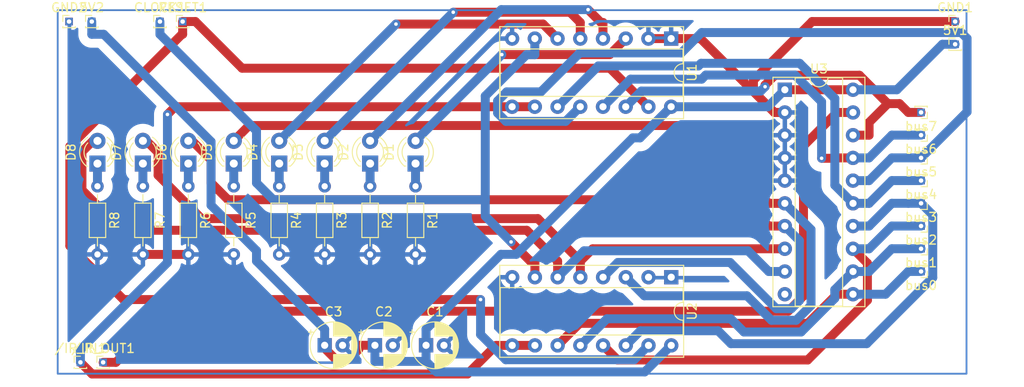
<source format=kicad_pcb>
(kicad_pcb (version 20221018) (generator pcbnew)
  (layers (0 "F.Cu" signal) (31 "B.Cu" signal) (34 "B.Paste" user) (35 "F.Paste" user) (36 "B.SilkS" user "B.Silkscreen") (37 "F.SilkS" user "F.Silkscreen") (38 "B.Mask" user) (39 "F.Mask" user) (44 "Edge.Cuts" user))
  (net 0 "")
  (net 1 "Net-(D5-K)")
  (net 2 "Earth")
  (net 3 "Net-(D4-K)")
  (net 4 "Net-(D3-K)")
  (net 5 "Net-(D2-K)")
  (net 6 "Net-(D1-K)")
  (net 7 "Net-(D8-K)")
  (net 8 "Net-(D7-K)")
  (net 9 "Net-(D6-K)")
  (net 10 "+5V")
  (net 11 "Net-(D5-A)")
  (net 12 "Net-(D6-A)")
  (net 13 "Net-(D7-A)")
  (net 14 "Net-(D8-A)")
  (net 15 "bus0")
  (net 16 "bus1")
  (net 17 "bus2")
  (net 18 "bus3")
  (net 19 "bus4")
  (net 20 "bus5")
  (net 21 "bus6")
  (net 22 "bus7")
  (net 23 "Net-(/IR_OUT1-Pin_1)")
  (net 24 "Net-(CLOCK1-Pin_1)")
  (net 25 "Net-(/IR_IN1-Pin_1)")
  (net 26 "Net-(RESET1-Pin_1)")
  (net 27 "Net-(D1-A)")
  (net 28 "Net-(D2-A)")
  (net 29 "Net-(D3-A)")
  (net 30 "Net-(D4-A)")
  (footprint "Connector_PinHeader_1.00mm:PinHeader_1x01_P1.00mm_Vertical" (layer "F.Cu") (at 97.79 120.65)
    (fp_text reference "/IR_IN1" (at 0 -1.56) (layer "F.SilkS"))
    (fp_text value "Conn_01x01_Female")
    (pad "1" thru_hole rect (at 0 0) (size 0.85 0.85) (drill 0.5) (layers "*.Cu" "*.Mask") (net 25 "Net-(/IR_IN1-Pin_1)"))
  )
  (footprint "LED_THT:LED_D3.0mm" (layer "F.Cu") (at 114.935 98.425 90)
    (fp_text reference "D5" (at 1.27 -2.96 90) (layer "F.SilkS"))
    (fp_text value "LED")
    (pad "1" thru_hole rect (at 0 0 90) (size 1.8 1.8) (drill 0.9) (layers "*.Cu" "*.Mask") (net 1 "Net-(D5-K)"))
    (pad "2" thru_hole circle (at 2.54 0 90) (size 1.8 1.8) (drill 0.9) (layers "*.Cu" "*.Mask") (net 11 "Net-(D5-A)"))
  )
  (footprint "Connector_PinHeader_1.00mm:PinHeader_1x01_P1.00mm_Vertical" (layer "F.Cu") (at 99.06 82.55)
    (fp_text reference "5V2" (at 0 -1.56) (layer "F.SilkS"))
    (fp_text value "Conn_01x01_Female")
    (pad "1" thru_hole rect (at 0 0) (size 0.85 0.85) (drill 0.5) (layers "*.Cu" "*.Mask") (net 10 "+5V"))
  )
  (footprint "Connector_PinHeader_1.00mm:PinHeader_1x01_P1.00mm_Vertical" (layer "F.Cu") (at 191.77 97.79 180)
    (fp_text reference "bus5" (at 0 -1.56) (layer "F.SilkS"))
    (fp_text value "Conn_01x01_Female")
    (pad "1" thru_hole rect (at 0 0 180) (size 0.85 0.85) (drill 0.5) (layers "*.Cu" "*.Mask") (net 20 "bus5"))
  )
  (footprint "Capacitor_THT:CP_Radial_D5.0mm_P2.00mm" (layer "F.Cu") (at 125.095 118.745)
    (fp_text reference "C3" (at 1 -3.75) (layer "F.SilkS"))
    (fp_text value "100nF 63V poliester")
    (pad "1" thru_hole rect (at 0 0) (size 1.6 1.6) (drill 0.8) (layers "*.Cu" "*.Mask") (net 10 "+5V"))
    (pad "2" thru_hole circle (at 2 0) (size 1.6 1.6) (drill 0.8) (layers "*.Cu" "*.Mask") (net 2 "Earth"))
  )
  (footprint "LED_THT:LED_D3.0mm" (layer "F.Cu") (at 130.175 98.425 90)
    (fp_text reference "D2" (at 1.27 -2.96 90) (layer "F.SilkS"))
    (fp_text value "LED")
    (pad "1" thru_hole rect (at 0 0 90) (size 1.8 1.8) (drill 0.9) (layers "*.Cu" "*.Mask") (net 5 "Net-(D2-K)"))
    (pad "2" thru_hole circle (at 2.54 0 90) (size 1.8 1.8) (drill 0.9) (layers "*.Cu" "*.Mask") (net 28 "Net-(D2-A)"))
  )
  (footprint "LED_THT:LED_D3.0mm" (layer "F.Cu") (at 109.855 98.425 90)
    (fp_text reference "D6" (at 1.27 -2.96 90) (layer "F.SilkS"))
    (fp_text value "LED")
    (pad "1" thru_hole rect (at 0 0 90) (size 1.8 1.8) (drill 0.9) (layers "*.Cu" "*.Mask") (net 9 "Net-(D6-K)"))
    (pad "2" thru_hole circle (at 2.54 0 90) (size 1.8 1.8) (drill 0.9) (layers "*.Cu" "*.Mask") (net 12 "Net-(D6-A)"))
  )
  (footprint "Resistor_THT:R_Axial_DIN0204_L3.6mm_D1.6mm_P7.62mm_Horizontal" (layer "F.Cu") (at 99.695 100.965 -90)
    (fp_text reference "R8" (at 3.81 -1.92 90) (layer "F.SilkS"))
    (fp_text value "470")
    (pad "1" thru_hole circle (at 0 0 270) (size 1.4 1.4) (drill 0.7) (layers "*.Cu" "*.Mask") (net 7 "Net-(D8-K)"))
    (pad "2" thru_hole oval (at 7.62 0 270) (size 1.4 1.4) (drill 0.7) (layers "*.Cu" "*.Mask") (net 2 "Earth"))
  )
  (footprint "Connector_PinHeader_1.00mm:PinHeader_1x01_P1.00mm_Vertical" (layer "F.Cu") (at 191.77 107.95 180)
    (fp_text reference "bus1" (at 0 -1.56) (layer "F.SilkS"))
    (fp_text value "Conn_01x01_Female")
    (pad "1" thru_hole rect (at 0 0 180) (size 0.85 0.85) (drill 0.5) (layers "*.Cu" "*.Mask") (net 16 "bus1"))
  )
  (footprint "Connector_PinHeader_1.00mm:PinHeader_1x01_P1.00mm_Vertical" (layer "F.Cu") (at 106.68 82.55)
    (fp_text reference "CLOCK1" (at 0 -1.56) (layer "F.SilkS"))
    (fp_text value "Conn_01x01_Female")
    (pad "1" thru_hole rect (at 0 0) (size 0.85 0.85) (drill 0.5) (layers "*.Cu" "*.Mask") (net 24 "Net-(CLOCK1-Pin_1)"))
  )
  (footprint "LED_THT:LED_D3.0mm" (layer "F.Cu") (at 125.095 98.425 90)
    (fp_text reference "D3" (at 1.27 -2.96 90) (layer "F.SilkS"))
    (fp_text value "LED")
    (pad "1" thru_hole rect (at 0 0 90) (size 1.8 1.8) (drill 0.9) (layers "*.Cu" "*.Mask") (net 4 "Net-(D3-K)"))
    (pad "2" thru_hole circle (at 2.54 0 90) (size 1.8 1.8) (drill 0.9) (layers "*.Cu" "*.Mask") (net 29 "Net-(D3-A)"))
  )
  (footprint "LED_THT:LED_D3.0mm" (layer "F.Cu") (at 135.255 98.425 90)
    (fp_text reference "D1" (at 1.27 -2.96 90) (layer "F.SilkS"))
    (fp_text value "LED")
    (pad "1" thru_hole rect (at 0 0 90) (size 1.8 1.8) (drill 0.9) (layers "*.Cu" "*.Mask") (net 6 "Net-(D1-K)"))
    (pad "2" thru_hole circle (at 2.54 0 90) (size 1.8 1.8) (drill 0.9) (layers "*.Cu" "*.Mask") (net 27 "Net-(D1-A)"))
  )
  (footprint "Connector_PinHeader_1.00mm:PinHeader_1x01_P1.00mm_Vertical" (layer "F.Cu") (at 100.33 120.65)
    (fp_text reference "/IR_OUT1" (at 0 -1.56) (layer "F.SilkS"))
    (fp_text value "Conn_01x01_Female")
    (pad "1" thru_hole rect (at 0 0) (size 0.85 0.85) (drill 0.5) (layers "*.Cu" "*.Mask") (net 23 "Net-(/IR_OUT1-Pin_1)"))
  )
  (footprint "LED_THT:LED_D3.0mm" (layer "F.Cu") (at 99.695 98.43 90)
    (fp_text reference "D8" (at 1.27 -2.96 90) (layer "F.SilkS"))
    (fp_text value "LED")
    (pad "1" thru_hole rect (at 0 0 90) (size 1.8 1.8) (drill 0.9) (layers "*.Cu" "*.Mask") (net 7 "Net-(D8-K)"))
    (pad "2" thru_hole circle (at 2.54 0 90) (size 1.8 1.8) (drill 0.9) (layers "*.Cu" "*.Mask") (net 14 "Net-(D8-A)"))
  )
  (footprint "Resistor_THT:R_Axial_DIN0204_L3.6mm_D1.6mm_P7.62mm_Horizontal" (layer "F.Cu") (at 135.255 100.965 -90)
    (fp_text reference "R1" (at 3.81 -1.92 90) (layer "F.SilkS"))
    (fp_text value "470")
    (pad "1" thru_hole circle (at 0 0 270) (size 1.4 1.4) (drill 0.7) (layers "*.Cu" "*.Mask") (net 6 "Net-(D1-K)"))
    (pad "2" thru_hole oval (at 7.62 0 270) (size 1.4 1.4) (drill 0.7) (layers "*.Cu" "*.Mask") (net 2 "Earth"))
  )
  (footprint "Resistor_THT:R_Axial_DIN0204_L3.6mm_D1.6mm_P7.62mm_Horizontal" (layer "F.Cu") (at 125.095 100.965 -90)
    (fp_text reference "R3" (at 3.81 -1.92 90) (layer "F.SilkS"))
    (fp_text value "470")
    (pad "1" thru_hole circle (at 0 0 270) (size 1.4 1.4) (drill 0.7) (layers "*.Cu" "*.Mask") (net 4 "Net-(D3-K)"))
    (pad "2" thru_hole oval (at 7.62 0 270) (size 1.4 1.4) (drill 0.7) (layers "*.Cu" "*.Mask") (net 2 "Earth"))
  )
  (footprint "Resistor_THT:R_Axial_DIN0204_L3.6mm_D1.6mm_P7.62mm_Horizontal" (layer "F.Cu") (at 104.775 100.965 -90)
    (fp_text reference "R7" (at 3.81 -1.92 90) (layer "F.SilkS"))
    (fp_text value "470")
    (pad "1" thru_hole circle (at 0 0 270) (size 1.4 1.4) (drill 0.7) (layers "*.Cu" "*.Mask") (net 8 "Net-(D7-K)"))
    (pad "2" thru_hole oval (at 7.62 0 270) (size 1.4 1.4) (drill 0.7) (layers "*.Cu" "*.Mask") (net 2 "Earth"))
  )
  (footprint "Resistor_THT:R_Axial_DIN0204_L3.6mm_D1.6mm_P7.62mm_Horizontal" (layer "F.Cu") (at 130.175 100.965 -90)
    (fp_text reference "R2" (at 3.81 -1.92 90) (layer "F.SilkS"))
    (fp_text value "470")
    (pad "1" thru_hole circle (at 0 0 270) (size 1.4 1.4) (drill 0.7) (layers "*.Cu" "*.Mask") (net 5 "Net-(D2-K)"))
    (pad "2" thru_hole oval (at 7.62 0 270) (size 1.4 1.4) (drill 0.7) (layers "*.Cu" "*.Mask") (net 2 "Earth"))
  )
  (footprint "Resistor_THT:R_Axial_DIN0204_L3.6mm_D1.6mm_P7.62mm_Horizontal" (layer "F.Cu") (at 120.015 100.965 -90)
    (fp_text reference "R4" (at 3.81 -1.92 90) (layer "F.SilkS"))
    (fp_text value "470")
    (pad "1" thru_hole circle (at 0 0 270) (size 1.4 1.4) (drill 0.7) (layers "*.Cu" "*.Mask") (net 3 "Net-(D4-K)"))
    (pad "2" thru_hole oval (at 7.62 0 270) (size 1.4 1.4) (drill 0.7) (layers "*.Cu" "*.Mask") (net 2 "Earth"))
  )
  (footprint "Connector_PinHeader_1.00mm:PinHeader_1x01_P1.00mm_Vertical" (layer "F.Cu") (at 96.52 82.55)
    (fp_text reference "GND2" (at 0 -1.56) (layer "F.SilkS"))
    (fp_text value "Conn_01x01_Female")
    (pad "1" thru_hole rect (at 0 0) (size 0.85 0.85) (drill 0.5) (layers "*.Cu" "*.Mask") (net 2 "Earth"))
  )
  (footprint "Connector_PinHeader_1.00mm:PinHeader_1x01_P1.00mm_Vertical" (layer "F.Cu") (at 191.77 105.41 180)
    (fp_text reference "bus2" (at 0 -1.56) (layer "F.SilkS"))
    (fp_text value "Conn_01x01_Female")
    (pad "1" thru_hole rect (at 0 0 180) (size 0.85 0.85) (drill 0.5) (layers "*.Cu" "*.Mask") (net 17 "bus2"))
  )
  (footprint "LED_THT:LED_D3.0mm" (layer "F.Cu") (at 120.015 98.425 90)
    (fp_text reference "D4" (at 1.27 -2.96 90) (layer "F.SilkS"))
    (fp_text value "LED")
    (pad "1" thru_hole rect (at 0 0 90) (size 1.8 1.8) (drill 0.9) (layers "*.Cu" "*.Mask") (net 3 "Net-(D4-K)"))
    (pad "2" thru_hole circle (at 2.54 0 90) (size 1.8 1.8) (drill 0.9) (layers "*.Cu" "*.Mask") (net 30 "Net-(D4-A)"))
  )
  (footprint "Package_DIP:DIP-20_W7.62mm_Socket" (layer "F.Cu") (at 176.54 90.175)
    (fp_text reference "U3" (at 3.81 -2.33) (layer "F.SilkS"))
    (fp_text value "74LS245")
    (pad "1" thru_hole rect (at 0 0) (size 1.6 1.6) (drill 0.8) (layers "*.Cu" "*.Mask") (net 10 "+5V"))
    (pad "2" thru_hole oval (at 0 2.54) (size 1.6 1.6) (drill 0.8) (layers "*.Cu" "*.Mask") (net 2 "Earth"))
    (pad "3" thru_hole oval (at 0 5.08) (size 1.6 1.6) (drill 0.8) (layers "*.Cu" "*.Mask") (net 2 "Earth"))
    (pad "4" thru_hole oval (at 0 7.62) (size 1.6 1.6) (drill 0.8) (layers "*.Cu" "*.Mask") (net 2 "Earth"))
    (pad "5" thru_hole oval (at 0 10.16) (size 1.6 1.6) (drill 0.8) (layers "*.Cu" "*.Mask") (net 2 "Earth"))
    (pad "6" thru_hole oval (at 0 12.7) (size 1.6 1.6) (drill 0.8) (layers "*.Cu" "*.Mask") (net 11 "Net-(D5-A)"))
    (pad "7" thru_hole oval (at 0 15.24) (size 1.6 1.6) (drill 0.8) (layers "*.Cu" "*.Mask") (net 12 "Net-(D6-A)"))
    (pad "8" thru_hole oval (at 0 17.78) (size 1.6 1.6) (drill 0.8) (layers "*.Cu" "*.Mask") (net 13 "Net-(D7-A)"))
    (pad "9" thru_hole oval (at 0 20.32) (size 1.6 1.6) (drill 0.8) (layers "*.Cu" "*.Mask") (net 14 "Net-(D8-A)"))
    (pad "10" thru_hole oval (at 0 22.86) (size 1.6 1.6) (drill 0.8) (layers "*.Cu" "*.Mask") (net 2 "Earth"))
    (pad "11" thru_hole oval (at 7.62 22.86) (size 1.6 1.6) (drill 0.8) (layers "*.Cu" "*.Mask") (net 15 "bus0"))
    (pad "12" thru_hole oval (at 7.62 20.32) (size 1.6 1.6) (drill 0.8) (layers "*.Cu" "*.Mask") (net 16 "bus1"))
    (pad "13" thru_hole oval (at 7.62 17.78) (size 1.6 1.6) (drill 0.8) (layers "*.Cu" "*.Mask") (net 17 "bus2"))
    (pad "14" thru_hole oval (at 7.62 15.24) (size 1.6 1.6) (drill 0.8) (layers "*.Cu" "*.Mask") (net 18 "bus3"))
    (pad "15" thru_hole oval (at 7.62 12.7) (size 1.6 1.6) (drill 0.8) (layers "*.Cu" "*.Mask") (net 19 "bus4"))
    (pad "16" thru_hole oval (at 7.62 10.16) (size 1.6 1.6) (drill 0.8) (layers "*.Cu" "*.Mask") (net 20 "bus5"))
    (pad "17" thru_hole oval (at 7.62 7.62) (size 1.6 1.6) (drill 0.8) (layers "*.Cu" "*.Mask") (net 21 "bus6"))
    (pad "18" thru_hole oval (at 7.62 5.08) (size 1.6 1.6) (drill 0.8) (layers "*.Cu" "*.Mask") (net 22 "bus7"))
    (pad "19" thru_hole oval (at 7.62 2.54) (size 1.6 1.6) (drill 0.8) (layers "*.Cu" "*.Mask") (net 23 "Net-(/IR_OUT1-Pin_1)"))
    (pad "20" thru_hole oval (at 7.62 0) (size 1.6 1.6) (drill 0.8) (layers "*.Cu" "*.Mask") (net 10 "+5V"))
  )
  (footprint "Connector_PinHeader_1.00mm:PinHeader_1x01_P1.00mm_Vertical" (layer "F.Cu") (at 191.77 100.33 180)
    (fp_text reference "bus4" (at 0 -1.56) (layer "F.SilkS"))
    (fp_text value "Conn_01x01_Female")
    (pad "1" thru_hole rect (at 0 0 180) (size 0.85 0.85) (drill 0.5) (layers "*.Cu" "*.Mask") (net 19 "bus4"))
  )
  (footprint "Connector_PinHeader_1.00mm:PinHeader_1x01_P1.00mm_Vertical" (layer "F.Cu") (at 191.77 102.87 180)
    (fp_text reference "bus3" (at 0 -1.56) (layer "F.SilkS"))
    (fp_text value "Conn_01x01_Female")
    (pad "1" thru_hole rect (at 0 0 180) (size 0.85 0.85) (drill 0.5) (layers "*.Cu" "*.Mask") (net 18 "bus3"))
  )
  (footprint "Connector_PinHeader_1.00mm:PinHeader_1x01_P1.00mm_Vertical" (layer "F.Cu") (at 191.77 110.49 180)
    (fp_text reference "bus0" (at 0 -1.56) (layer "F.SilkS"))
    (fp_text value "Conn_01x01_Female")
    (pad "1" thru_hole rect (at 0 0 180) (size 0.85 0.85) (drill 0.5) (layers "*.Cu" "*.Mask") (net 15 "bus0"))
  )
  (footprint "Connector_PinHeader_1.00mm:PinHeader_1x01_P1.00mm_Vertical" (layer "F.Cu") (at 195.58 85.09)
    (fp_text reference "5V1" (at 0 -1.56) (layer "F.SilkS"))
    (fp_text value "Conn_01x01_Female")
    (pad "1" thru_hole rect (at 0 0) (size 0.85 0.85) (drill 0.5) (layers "*.Cu" "*.Mask") (net 10 "+5V"))
  )
  (footprint "LED_THT:LED_D3.0mm" (layer "F.Cu") (at 104.775 98.425 90)
    (fp_text reference "D7" (at 1.27 -2.96 90) (layer "F.SilkS"))
    (fp_text value "LED")
    (pad "1" thru_hole rect (at 0 0 90) (size 1.8 1.8) (drill 0.9) (layers "*.Cu" "*.Mask") (net 8 "Net-(D7-K)"))
    (pad "2" thru_hole circle (at 2.54 0 90) (size 1.8 1.8) (drill 0.9) (layers "*.Cu" "*.Mask") (net 13 "Net-(D7-A)"))
  )
  (footprint "Connector_PinHeader_1.00mm:PinHeader_1x01_P1.00mm_Vertical" (layer "F.Cu") (at 191.77 95.25 180)
    (fp_text reference "bus6" (at 0 -1.56) (layer "F.SilkS"))
    (fp_text value "Conn_01x01_Female")
    (pad "1" thru_hole rect (at 0 0 180) (size 0.85 0.85) (drill 0.5) (layers "*.Cu" "*.Mask") (net 21 "bus6"))
  )
  (footprint "Connector_PinHeader_1.00mm:PinHeader_1x01_P1.00mm_Vertical" (layer "F.Cu") (at 109.22 82.55)
    (fp_text reference "RESET1" (at 0 -1.56) (layer "F.SilkS"))
    (fp_text value "Conn_01x01_Female")
    (pad "1" thru_hole rect (at 0 0) (size 0.85 0.85) (drill 0.5) (layers "*.Cu" "*.Mask") (net 26 "Net-(RESET1-Pin_1)"))
  )
  (footprint "Capacitor_THT:CP_Radial_D5.0mm_P2.00mm" (layer "F.Cu") (at 136.43 118.745)
    (fp_text reference "C1" (at 1 -3.75) (layer "F.SilkS"))
    (fp_text value "100nF 63V poliester")
    (pad "1" thru_hole rect (at 0 0) (size 1.6 1.6) (drill 0.8) (layers "*.Cu" "*.Mask") (net 10 "+5V"))
    (pad "2" thru_hole circle (at 2 0) (size 1.6 1.6) (drill 0.8) (layers "*.Cu" "*.Mask") (net 2 "Earth"))
  )
  (footprint "Package_DIP:DIP-16_W7.62mm_Socket" (layer "F.Cu") (at 163.83 84.455 -90)
    (fp_text reference "U1" (at 3.81 -2.33 90) (layer "F.SilkS"))
    (fp_text value "74LS173")
    (pad "1" thru_hole rect (at 0 0 270) (size 1.6 1.6) (drill 0.8) (layers "*.Cu" "*.Mask") (net 2 "Earth"))
    (pad "2" thru_hole oval (at 0 2.54 270) (size 1.6 1.6) (drill 0.8) (layers "*.Cu" "*.Mask") (net 2 "Earth"))
    (pad "3" thru_hole oval (at 0 5.08 270) (size 1.6 1.6) (drill 0.8) (layers "*.Cu" "*.Mask") (net 27 "Net-(D1-A)"))
    (pad "4" thru_hole oval (at 0 7.62 270) (size 1.6 1.6) (drill 0.8) (layers "*.Cu" "*.Mask") (net 28 "Net-(D2-A)"))
    (pad "5" thru_hole oval (at 0 10.16 270) (size 1.6 1.6) (drill 0.8) (layers "*.Cu" "*.Mask") (net 29 "Net-(D3-A)"))
    (pad "6" thru_hole oval (at 0 12.7 270) (size 1.6 1.6) (drill 0.8) (layers "*.Cu" "*.Mask") (net 30 "Net-(D4-A)"))
    (pad "7" thru_hole oval (at 0 15.24 270) (size 1.6 1.6) (drill 0.8) (layers "*.Cu" "*.Mask") (net 24 "Net-(CLOCK1-Pin_1)"))
    (pad "8" thru_hole oval (at 0 17.78 270) (size 1.6 1.6) (drill 0.8) (layers "*.Cu" "*.Mask") (net 2 "Earth"))
    (pad "9" thru_hole oval (at 7.62 17.78 270) (size 1.6 1.6) (drill 0.8) (layers "*.Cu" "*.Mask") (net 25 "Net-(/IR_IN1-Pin_1)"))
    (pad "10" thru_hole oval (at 7.62 15.24 270) (size 1.6 1.6) (drill 0.8) (layers "*.Cu" "*.Mask") (net 25 "Net-(/IR_IN1-Pin_1)"))
    (pad "11" thru_hole oval (at 7.62 12.7 270) (size 1.6 1.6) (drill 0.8) (layers "*.Cu" "*.Mask") (net 19 "bus4"))
    (pad "12" thru_hole oval (at 7.62 10.16 270) (size 1.6 1.6) (drill 0.8) (layers "*.Cu" "*.Mask") (net 20 "bus5"))
    (pad "13" thru_hole oval (at 7.62 7.62 270) (size 1.6 1.6) (drill 0.8) (layers "*.Cu" "*.Mask") (net 21 "bus6"))
    (pad "14" thru_hole oval (at 7.62 5.08 270) (size 1.6 1.6) (drill 0.8) (layers "*.Cu" "*.Mask") (net 22 "bus7"))
    (pad "15" thru_hole oval (at 7.62 2.54 270) (size 1.6 1.6) (drill 0.8) (layers "*.Cu" "*.Mask") (net 26 "Net-(RESET1-Pin_1)"))
    (pad "16" thru_hole oval (at 7.62 0 270) (size 1.6 1.6) (drill 0.8) (layers "*.Cu" "*.Mask") (net 10 "+5V"))
  )
  (footprint "Capacitor_THT:CP_Radial_D5.0mm_P2.00mm" (layer "F.Cu") (at 130.715 118.745)
    (fp_text reference "C2" (at 1 -3.75) (layer "F.SilkS"))
    (fp_text value "100nF 63V poliester")
    (pad "1" thru_hole rect (at 0 0) (size 1.6 1.6) (drill 0.8) (layers "*.Cu" "*.Mask") (net 10 "+5V"))
    (pad "2" thru_hole circle (at 2 0) (size 1.6 1.6) (drill 0.8) (layers "*.Cu" "*.Mask") (net 2 "Earth"))
  )
  (footprint "Connector_PinHeader_1.00mm:PinHeader_1x01_P1.00mm_Vertical" (layer "F.Cu") (at 195.58 82.55)
    (fp_text reference "GND1" (at 0 -1.56) (layer "F.SilkS"))
    (fp_text value "Conn_01x01_Female")
    (pad "1" thru_hole rect (at 0 0) (size 0.85 0.85) (drill 0.5) (layers "*.Cu" "*.Mask") (net 2 "Earth"))
  )
  (footprint "Connector_PinHeader_1.00mm:PinHeader_1x01_P1.00mm_Vertical" (layer "F.Cu") (at 191.77 92.71 180)
    (fp_text reference "bus7" (at 0 -1.56) (layer "F.SilkS"))
    (fp_text value "Conn_01x01_Female")
    (pad "1" thru_hole rect (at 0 0 180) (size 0.85 0.85) (drill 0.5) (layers "*.Cu" "*.Mask") (net 22 "bus7"))
  )
  (footprint "Resistor_THT:R_Axial_DIN0204_L3.6mm_D1.6mm_P7.62mm_Horizontal" (layer "F.Cu") (at 109.855 100.965 -90)
    (fp_text reference "R6" (at 3.81 -1.92 90) (layer "F.SilkS"))
    (fp_text value "470")
    (pad "1" thru_hole circle (at 0 0 270) (size 1.4 1.4) (drill 0.7) (layers "*.Cu" "*.Mask") (net 9 "Net-(D6-K)"))
    (pad "2" thru_hole oval (at 7.62 0 270) (size 1.4 1.4) (drill 0.7) (layers "*.Cu" "*.Mask") (net 2 "Earth"))
  )
  (footprint "Resistor_THT:R_Axial_DIN0204_L3.6mm_D1.6mm_P7.62mm_Horizontal" (layer "F.Cu") (at 114.935 100.965 -90)
    (fp_text reference "R5" (at 3.81 -1.92 90) (layer "F.SilkS"))
    (fp_text value "470")
    (pad "1" thru_hole circle (at 0 0 270) (size 1.4 1.4) (drill 0.7) (layers "*.Cu" "*.Mask") (net 1 "Net-(D5-K)"))
    (pad "2" thru_hole oval (at 7.62 0 270) (size 1.4 1.4) (drill 0.7) (layers "*.Cu" "*.Mask") (net 2 "Earth"))
  )
  (footprint "Package_DIP:DIP-16_W7.62mm_Socket" (layer "F.Cu") (at 163.84 111.135 -90)
    (fp_text reference "U2" (at 3.81 -2.33 90) (layer "F.SilkS"))
    (fp_text value "74LS173")
    (pad "1" thru_hole rect (at 0 0 270) (size 1.6 1.6) (drill 0.8) (layers "*.Cu" "*.Mask") (net 2 "Earth"))
    (pad "2" thru_hole oval (at 0 2.54 270) (size 1.6 1.6) (drill 0.8) (layers "*.Cu" "*.Mask") (net 2 "Earth"))
    (pad "3" thru_hole oval (at 0 5.08 270) (size 1.6 1.6) (drill 0.8) (layers "*.Cu" "*.Mask") (net 11 "Net-(D5-A)"))
    (pad "4" thru_hole oval (at 0 7.62 270) (size 1.6 1.6) (drill 0.8) (layers "*.Cu" "*.Mask") (net 12 "Net-(D6-A)"))
    (pad "5" thru_hole oval (at 0 10.16 270) (size 1.6 1.6) (drill 0.8) (layers "*.Cu" "*.Mask") (net 13 "Net-(D7-A)"))
    (pad "6" thru_hole oval (at 0 12.7 270) (size 1.6 1.6) (drill 0.8) (layers "*.Cu" "*.Mask") (net 14 "Net-(D8-A)"))
    (pad "7" thru_hole oval (at 0 15.24 270) (size 1.6 1.6) (drill 0.8) (layers "*.Cu" "*.Mask") (net 24 "Net-(CLOCK1-Pin_1)"))
    (pad "8" thru_hole oval (at 0 17.78 270) (size 1.6 1.6) (drill 0.8) (layers "*.Cu" "*.Mask") (net 2 "Earth"))
    (pad "9" thru_hole oval (at 7.62 17.78 270) (size 1.6 1.6) (drill 0.8) (layers "*.Cu" "*.Mask") (net 25 "Net-(/IR_IN1-Pin_1)"))
    (pad "10" thru_hole oval (at 7.62 15.24 270) (size 1.6 1.6) (drill 0.8) (layers "*.Cu" "*.Mask") (net 25 "Net-(/IR_IN1-Pin_1)"))
    (pad "11" thru_hole oval (at 7.62 12.7 270) (size 1.6 1.6) (drill 0.8) (layers "*.Cu" "*.Mask") (net 15 "bus0"))
    (pad "12" thru_hole oval (at 7.62 10.16 270) (size 1.6 1.6) (drill 0.8) (layers "*.Cu" "*.Mask") (net 16 "bus1"))
    (pad "13" thru_hole oval (at 7.62 7.62 270) (size 1.6 1.6) (drill 0.8) (layers "*.Cu" "*.Mask") (net 17 "bus2"))
    (pad "14" thru_hole oval (at 7.62 5.08 270) (size 1.6 1.6) (drill 0.8) (layers "*.Cu" "*.Mask") (net 18 "bus3"))
    (pad "15" thru_hole oval (at 7.62 2.54 270) (size 1.6 1.6) (drill 0.8) (layers "*.Cu" "*.Mask") (net 26 "Net-(RESET1-Pin_1)"))
    (pad "16" thru_hole oval (at 7.62 0 270) (size 1.6 1.6) (drill 0.8) (layers "*.Cu" "*.Mask") (net 10 "+5V"))
  )
  (gr_rect (start 95.25 81.28) (end 196.85 121.92) (stroke (width 0.2)) (fill none) (layer "B.Cu"))
  (segment (start 114.935 100.965) (end 114.935 98.425) (width 1) (layer "B.Cu") (net 1))
  (segment (start 167.114722 84.455) (end 163.83 84.455) (width 1) (layer "F.Cu") (net 2))
  (segment (start 176.54 92.715) (end 175.374722 92.715) (width 1) (layer "F.Cu") (net 2))
  (segment (start 176.53 92.71) (end 175.369722 92.71) (width 1) (layer "F.Cu") (net 2))
  (segment (start 173.0326 90.372878) (end 173.0326 89.109822) (width 1) (layer "F.Cu") (net 2))
  (segment (start 179.592422 82.55) (end 195.58 82.55) (width 1) (layer "F.Cu") (net 2))
  (segment (start 175.374722 92.715) (end 167.114722 84.455) (width 1) (layer "F.Cu") (net 2))
  (segment (start 163.83 84.455) (end 161.29 84.455) (width 1) (layer "F.Cu") (net 2))
  (segment (start 176.535 92.715) (end 176.53 92.71) (width 1) (layer "F.Cu") (net 2))
  (segment (start 109.855 108.585) (end 104.775 108.585) (width 1) (layer "F.Cu") (net 2))
  (segment (start 175.369722 92.71) (end 173.0326 90.372878) (width 1) (layer "F.Cu") (net 2))
  (segment (start 176.54 92.715) (end 176.535 92.715) (width 1) (layer "F.Cu") (net 2))
  (segment (start 173.0326 89.109822) (end 179.592422 82.55) (width 1) (layer "F.Cu") (net 2))
  (segment (start 120.015 100.965) (end 120.015 98.425) (width 1) (layer "B.Cu") (net 3))
  (segment (start 125.095 100.965) (end 125.095 98.425) (width 1) (layer "B.Cu") (net 4))
  (segment (start 130.175 100.965) (end 130.175 98.425) (width 1) (layer "B.Cu") (net 5))
  (segment (start 135.255 100.965) (end 135.255 98.425) (width 1) (layer "B.Cu") (net 6))
  (segment (start 99.695 100.965) (end 99.695 98.43) (width 1) (layer "B.Cu") (net 7))
  (segment (start 104.775 100.965) (end 104.775 98.425) (width 1) (layer "B.Cu") (net 8))
  (segment (start 109.855 100.965) (end 109.855 98.425) (width 1) (layer "B.Cu") (net 9))
  (segment (start 127.7586 120.3469) (end 128.915 119.1905) (width 1) (layer "F.Cu") (net 10))
  (segment (start 126.3652 120.3469) (end 127.7586 120.3469) (width 1) (layer "F.Cu") (net 10))
  (segment (start 125.095 119.0767) (end 126.3652 120.3469) (width 1) (layer "F.Cu") (net 10))
  (segment (start 184.16 90.175) (end 176.54 90.175) (width 1) (layer "F.Cu") (net 10))
  (segment (start 125.095 118.745) (end 125.095 119.0767) (width 1) (layer "F.Cu") (net 10))
  (segment (start 128.915 119.1905) (end 128.915 118.745) (width 1) (layer "F.Cu") (net 10))
  (segment (start 130.715 118.745) (end 128.915 118.745) (width 1) (layer "F.Cu") (net 10))
  (segment (start 112.395 95.9741) (end 112.395 103.0869) (width 1) (layer "B.Cu") (net 10))
  (segment (start 137.6028 121.7178) (end 160.8772 121.7178) (width 1) (layer "B.Cu") (net 10))
  (segment (start 184.16 90.175) (end 189.07 90.175) (width 1) (layer "B.Cu") (net 10))
  (segment (start 146.5245 108.5739) (end 144.8011 108.5739) (width 1) (layer "B.Cu") (net 10))
  (segment (start 99.06 82.55) (end 99.06 83.975) (width 1) (layer "B.Cu") (net 10))
  (segment (start 100.3959 83.975) (end 112.395 95.9741) (width 1) (layer "B.Cu") (net 10))
  (segment (start 117.475 109.325) (end 125.095 116.945) (width 1) (layer "B.Cu") (net 10))
  (segment (start 136.43 120.545) (end 136.43 118.745) (width 1) (layer "B.Cu") (net 10))
  (segment (start 99.06 83.975) (end 100.3959 83.975) (width 1) (layer "B.Cu") (net 10))
  (segment (start 136.43 118.745) (end 136.43 116.945) (width 1) (layer "B.Cu") (net 10))
  (segment (start 189.07 90.175) (end 194.155 85.09) (width 1) (layer "B.Cu") (net 10))
  (segment (start 160.35 95.555) (end 159.5434 95.555) (width 1) (layer "B.Cu") (net 10))
  (segment (start 112.395 103.0869) (end 117.475 108.1669) (width 1) (layer "B.Cu") (net 10))
  (segment (start 130.715 118.745) (end 130.715 120.545) (width 1) (layer "B.Cu") (net 10))
  (segment (start 159.5434 95.555) (end 146.5245 108.5739) (width 1) (layer "B.Cu") (net 10))
  (segment (start 195.58 85.09) (end 194.155 85.09) (width 1) (layer "B.Cu") (net 10))
  (segment (start 174.64 92.075) (end 176.54 90.175) (width 1) (layer "B.Cu") (net 10))
  (segment (start 163.83 92.075) (end 174.64 92.075) (width 1) (layer "B.Cu") (net 10))
  (segment (start 117.475 108.1669) (end 117.475 109.325) (width 1) (layer "B.Cu") (net 10))
  (segment (start 136.43 120.545) (end 137.6028 121.7178) (width 1) (layer "B.Cu") (net 10))
  (segment (start 130.715 120.545) (end 136.43 120.545) (width 1) (layer "B.Cu") (net 10))
  (segment (start 125.095 118.745) (end 125.095 116.945) (width 1) (layer "B.Cu") (net 10))
  (segment (start 160.8772 121.7178) (end 163.84 118.755) (width 1) (layer "B.Cu") (net 10))
  (segment (start 144.8011 108.5739) (end 136.43 116.945) (width 1) (layer "B.Cu") (net 10))
  (segment (start 163.83 92.075) (end 160.35 95.555) (width 1) (layer "B.Cu") (net 10))
  (segment (start 174.74 102.875) (end 166.0397 94.1747) (width 1) (layer "F.Cu") (net 11))
  (segment (start 176.54 102.875) (end 174.74 102.875) (width 1) (layer "F.Cu") (net 11))
  (segment (start 166.0397 94.1747) (end 116.6453 94.1747) (width 1) (layer "F.Cu") (net 11))
  (segment (start 116.6453 94.1747) (end 114.935 95.885) (width 1) (layer "F.Cu") (net 11))
  (segment (start 172.307 113.2082) (end 160.8332 113.2082) (width 1) (layer "B.Cu") (net 11))
  (segment (start 179.4679 114.287) (end 177.8057 115.9492) (width 1) (layer "B.Cu") (net 11))
  (segment (start 160.8332 113.2082) (end 158.76 111.135) (width 1) (layer "B.Cu") (net 11))
  (segment (start 177.8057 115.9492) (end 175.048 115.9492) (width 1) (layer "B.Cu") (net 11))
  (segment (start 175.048 115.9492) (end 172.307 113.2082) (width 1) (layer "B.Cu") (net 11))
  (segment (start 176.54 102.875) (end 179.4679 105.8029) (width 1) (layer "B.Cu") (net 11))
  (segment (start 179.4679 105.8029) (end 179.4679 114.287) (width 1) (layer "B.Cu") (net 11))
  (segment (start 112.395 98.0072) (end 112.395 100.5716) (width 1) (layer "F.Cu") (net 12))
  (segment (start 171.7949 102.4699) (end 174.74 105.415) (width 1) (layer "F.Cu") (net 12))
  (segment (start 176.54 105.415) (end 174.74 105.415) (width 1) (layer "F.Cu") (net 12))
  (segment (start 110.2728 95.885) (end 112.395 98.0072) (width 1) (layer "F.Cu") (net 12))
  (segment (start 109.855 95.885) (end 110.2728 95.885) (width 1) (layer "F.Cu") (net 12))
  (segment (start 112.395 100.5716) (end 114.2933 102.4699) (width 1) (layer "F.Cu") (net 12))
  (segment (start 114.2933 102.4699) (end 171.7949 102.4699) (width 1) (layer "F.Cu") (net 12))
  (segment (start 177.2664 114.6473) (end 175.5873 114.6473) (width 1) (layer "B.Cu") (net 12))
  (segment (start 178.166 113.7477) (end 177.2664 114.6473) (width 1) (layer "B.Cu") (net 12))
  (segment (start 175.5873 114.6473) (end 170.4223 109.4823) (width 1) (layer "B.Cu") (net 12))
  (segment (start 178.166 107.041) (end 178.166 113.7477) (width 1) (layer "B.Cu") (net 12))
  (segment (start 176.54 105.415) (end 178.166 107.041) (width 1) (layer "B.Cu") (net 12))
  (segment (start 157.8727 109.4823) (end 156.22 111.135) (width 1) (layer "B.Cu") (net 12))
  (segment (start 170.4223 109.4823) (end 157.8727 109.4823) (width 1) (layer "B.Cu") (net 12))
  (segment (start 153.68 109.335) (end 148.9284 104.5834) (width 1) (layer "F.Cu") (net 13))
  (segment (start 106.4769 97.1928) (end 105.1691 95.885) (width 1) (layer "F.Cu") (net 13))
  (segment (start 111.3278 104.5834) (end 106.4769 99.7325) (width 1) (layer "F.Cu") (net 13))
  (segment (start 153.68 111.135) (end 153.68 109.335) (width 1) (layer "F.Cu") (net 13))
  (segment (start 153.68 109.335) (end 155.06 107.955) (width 1) (layer "F.Cu") (net 13))
  (segment (start 106.4769 99.7325) (end 106.4769 97.1928) (width 1) (layer "F.Cu") (net 13))
  (segment (start 155.06 107.955) (end 176.54 107.955) (width 1) (layer "F.Cu") (net 13))
  (segment (start 148.9284 104.5834) (end 111.3278 104.5834) (width 1) (layer "F.Cu") (net 13))
  (segment (start 105.1691 95.885) (end 104.775 95.885) (width 1) (layer "F.Cu") (net 13))
  (segment (start 97.9603 97.11) (end 97.9603 101.3788) (width 1) (layer "F.Cu") (net 14))
  (segment (start 147.6917 105.8867) (end 151.14 109.335) (width 1) (layer "F.Cu") (net 14))
  (segment (start 99.1803 95.89) (end 97.9603 97.11) (width 1) (layer "F.Cu") (net 14))
  (segment (start 102.4682 105.8867) (end 147.6917 105.8867) (width 1) (layer "F.Cu") (net 14))
  (segment (start 99.695 95.89) (end 99.1803 95.89) (width 1) (layer "F.Cu") (net 14))
  (segment (start 97.9603 101.3788) (end 102.4682 105.8867) (width 1) (layer "F.Cu") (net 14))
  (segment (start 151.14 111.135) (end 151.14 109.335) (width 1) (layer "F.Cu") (net 14))
  (segment (start 172.4254 108.1804) (end 154.0946 108.1804) (width 1) (layer "B.Cu") (net 14))
  (segment (start 176.54 110.495) (end 174.74 110.495) (width 1) (layer "B.Cu") (net 14))
  (segment (start 174.74 110.495) (end 172.4254 108.1804) (width 1) (layer "B.Cu") (net 14))
  (segment (start 154.0946 108.1804) (end 151.14 111.135) (width 1) (layer "B.Cu") (net 14))
  (segment (start 179.1037 116.2913) (end 153.6037 116.2913) (width 1) (layer "F.Cu") (net 15))
  (segment (start 153.6037 116.2913) (end 151.14 118.755) (width 1) (layer "F.Cu") (net 15))
  (segment (start 182.36 113.035) (end 179.1037 116.2913) (width 1) (layer "F.Cu") (net 15))
  (segment (start 184.16 113.035) (end 182.36 113.035) (width 1) (layer "F.Cu") (net 15))
  (segment (start 191.77 110.49) (end 190.345 110.49) (width 1) (layer "B.Cu") (net 15))
  (segment (start 184.16 113.035) (end 187.8 113.035) (width 1) (layer "B.Cu") (net 15))
  (segment (start 187.8 113.035) (end 190.345 110.49) (width 1) (layer "B.Cu") (net 15))
  (segment (start 170.4947 115.7784) (end 156.6566 115.7784) (width 1) (layer "B.Cu") (net 16))
  (segment (start 182.1239 112.5311) (end 182.1239 113.49) (width 1) (layer "B.Cu") (net 16))
  (segment (start 185.96 110.495) (end 188.505 107.95) (width 1) (layer "B.Cu") (net 16))
  (segment (start 184.1697 110.495) (end 185.96 110.495) (width 1) (layer "B.Cu") (net 16))
  (segment (start 156.6566 115.7784) (end 153.68 118.755) (width 1) (layer "B.Cu") (net 16))
  (segment (start 184.1697 110.495) (end 184.16 110.495) (width 1) (layer "B.Cu") (net 16))
  (segment (start 178.3583 117.2556) (end 171.9719 117.2556) (width 1) (layer "B.Cu") (net 16))
  (segment (start 171.9719 117.2556) (end 170.4947 115.7784) (width 1) (layer "B.Cu") (net 16))
  (segment (start 182.1239 113.49) (end 178.3583 117.2556) (width 1) (layer "B.Cu") (net 16))
  (segment (start 184.16 110.495) (end 182.1239 112.5311) (width 1) (layer "B.Cu") (net 16))
  (segment (start 188.505 107.95) (end 191.77 107.95) (width 1) (layer "B.Cu") (net 16))
  (segment (start 157.85 120.385) (end 156.22 118.755) (width 1) (layer "F.Cu") (net 17))
  (segment (start 185.7721 113.7085) (end 179.0956 120.385) (width 1) (layer "F.Cu") (net 17))
  (segment (start 185.7721 109.5671) (end 185.7721 113.7085) (width 1) (layer "F.Cu") (net 17))
  (segment (start 179.0956 120.385) (end 157.85 120.385) (width 1) (layer "F.Cu") (net 17))
  (segment (start 184.16 107.955) (end 185.7721 109.5671) (width 1) (layer "F.Cu") (net 17))
  (segment (start 185.96 107.955) (end 188.505 105.41) (width 1) (layer "B.Cu") (net 17))
  (segment (start 188.505 105.41) (end 190.345 105.41) (width 1) (layer "B.Cu") (net 17))
  (segment (start 184.16 107.955) (end 185.96 107.955) (width 1) (layer "B.Cu") (net 17))
  (segment (start 191.77 105.41) (end 190.345 105.41) (width 1) (layer "B.Cu") (net 17))
  (segment (start 185.695 118.562) (end 193.0771 111.1799) (width 1) (layer "B.Cu") (net 18))
  (segment (start 190.345 102.87) (end 188.505 102.87) (width 1) (layer "B.Cu") (net 18))
  (segment (start 169.0754 117.1197) (end 170.5177 118.562) (width 1) (layer "B.Cu") (net 18))
  (segment (start 191.77 102.87) (end 190.345 102.87) (width 1) (layer "B.Cu") (net 18))
  (segment (start 170.5177 118.562) (end 185.695 118.562) (width 1) (layer "B.Cu") (net 18))
  (segment (start 184.16 105.415) (end 185.96 105.415) (width 1) (layer "B.Cu") (net 18))
  (segment (start 193.0771 104.1771) (end 191.77 102.87) (width 1) (layer "B.Cu") (net 18))
  (segment (start 160.3953 117.1197) (end 169.0754 117.1197) (width 1) (layer "B.Cu") (net 18))
  (segment (start 158.76 118.755) (end 160.3953 117.1197) (width 1) (layer "B.Cu") (net 18))
  (segment (start 188.505 102.87) (end 185.96 105.415) (width 1) (layer "B.Cu") (net 18))
  (segment (start 193.0771 111.1799) (end 193.0771 104.1771) (width 1) (layer "B.Cu") (net 18))
  (segment (start 191.77 100.33) (end 190.345 100.33) (width 1) (layer "B.Cu") (net 19))
  (segment (start 155.6912 87.5138) (end 166.882 87.5138) (width 1) (layer "B.Cu") (net 19))
  (segment (start 190.345 100.33) (end 188.505 100.33) (width 1) (layer "B.Cu") (net 19))
  (segment (start 188.505 100.33) (end 185.96 102.875) (width 1) (layer "B.Cu") (net 19))
  (segment (start 184.16 102.875) (end 185.96 102.875) (width 1) (layer "B.Cu") (net 19))
  (segment (start 167.1783 87.2175) (end 178.1952 87.2175) (width 1) (layer "B.Cu") (net 19))
  (segment (start 178.1952 87.2175) (end 182.1296 91.1519) (width 1) (layer "B.Cu") (net 19))
  (segment (start 166.882 87.5138) (end 167.1783 87.2175) (width 1) (layer "B.Cu") (net 19))
  (segment (start 151.13 92.075) (end 155.6912 87.5138) (width 1) (layer "B.Cu") (net 19))
  (segment (start 182.1296 91.1519) (end 182.1296 100.8446) (width 1) (layer "B.Cu") (net 19))
  (segment (start 182.1296 100.8446) (end 184.16 102.875) (width 1) (layer "B.Cu") (net 19))
  (segment (start 196.2574 83.7825) (end 167.2366 83.7825) (width 1) (layer "B.Cu") (net 20))
  (segment (start 144.4324 92.7824) (end 145.3608 93.7108) (width 1) (layer "B.Cu") (net 20))
  (segment (start 145.3608 93.7108) (end 152.0342 93.7108) (width 1) (layer "B.Cu") (net 20))
  (segment (start 153.6184 86.0569) (end 149.2624 90.4129) (width 1) (layer "B.Cu") (net 20))
  (segment (start 149.2624 90.4129) (end 145.4466 90.4129) (width 1) (layer "B.Cu") (net 20))
  (segment (start 185.96 100.335) (end 188.505 97.79) (width 1) (layer "B.Cu") (net 20))
  (segment (start 188.505 97.79) (end 191.77 97.79) (width 1) (layer "B.Cu") (net 20))
  (segment (start 167.2366 83.7825) (end 164.9622 86.0569) (width 1) (layer "B.Cu") (net 20))
  (segment (start 144.4324 91.4271) (end 144.4324 92.7824) (width 1) (layer "B.Cu") (net 20))
  (segment (start 191.77 97.79) (end 196.9135 92.6465) (width 1) (layer "B.Cu") (net 20))
  (segment (start 145.4466 90.4129) (end 144.4324 91.4271) (width 1) (layer "B.Cu") (net 20))
  (segment (start 152.0342 93.7108) (end 153.67 92.075) (width 1) (layer "B.Cu") (net 20))
  (segment (start 196.9135 84.4386) (end 196.2574 83.7825) (width 1) (layer "B.Cu") (net 20))
  (segment (start 164.9622 86.0569) (end 153.6184 86.0569) (width 1) (layer "B.Cu") (net 20))
  (segment (start 196.9135 92.6465) (end 196.9135 84.4386) (width 1) (layer "B.Cu") (net 20))
  (segment (start 184.16 100.335) (end 185.96 100.335) (width 1) (layer "B.Cu") (net 20))
  (segment (start 182.3183 97.8367) (end 182.36 97.795) (width 1) (layer "F.Cu") (net 21))
  (segment (start 180.6495 97.8367) (end 182.3183 97.8367) (width 1) (layer "F.Cu") (net 21))
  (segment (start 184.16 97.795) (end 182.36 97.795) (width 1) (layer "F.Cu") (net 21))
  (via (at 180.6495 97.8367) (size 0.8) (drill 0.4) (layers "F.Cu" "B.Cu") (net 21))
  (segment (start 167.2451 88.9919) (end 159.2931 88.9919) (width 1) (layer "B.Cu") (net 21))
  (segment (start 191.77 95.25) (end 190.345 95.25) (width 1) (layer "B.Cu") (net 21))
  (segment (start 180.6495 91.513) (end 177.669 88.5325) (width 1) (layer "B.Cu") (net 21))
  (segment (start 167.7045 88.5325) (end 167.2451 88.9919) (width 1) (layer "B.Cu") (net 21))
  (segment (start 159.2931 88.9919) (end 156.21 92.075) (width 1) (layer "B.Cu") (net 21))
  (segment (start 177.669 88.5325) (end 167.7045 88.5325) (width 1) (layer "B.Cu") (net 21))
  (segment (start 184.16 97.795) (end 185.96 97.795) (width 1) (layer "B.Cu") (net 21))
  (segment (start 180.6495 97.8367) (end 180.6495 91.513) (width 1) (layer "B.Cu") (net 21))
  (segment (start 188.505 95.25) (end 185.96 97.795) (width 1) (layer "B.Cu") (net 21))
  (segment (start 190.345 95.25) (end 188.505 95.25) (width 1) (layer "B.Cu") (net 21))
  (segment (start 185.96 95.255) (end 185.96 93.825) (width 1) (layer "F.Cu") (net 22))
  (segment (start 191.77 92.71) (end 190.345 92.71) (width 1) (layer "F.Cu") (net 22))
  (segment (start 175.4262 88.5547) (end 184.8834 88.5547) (width 1) (layer "F.Cu") (net 22))
  (segment (start 185.96 93.825) (end 188.0569 91.7281) (width 1) (layer "F.Cu") (net 22))
  (segment (start 174.3326 89.8344) (end 174.3326 89.6483) (width 1) (layer "F.Cu") (net 22))
  (segment (start 184.16 95.255) (end 185.96 95.255) (width 1) (layer "F.Cu") (net 22))
  (segment (start 184.8834 88.5547) (end 188.0569 91.7281) (width 1) (layer "F.Cu") (net 22))
  (segment (start 189.3631 91.7281) (end 190.345 92.71) (width 1) (layer "F.Cu") (net 22))
  (segment (start 188.0569 91.7281) (end 189.3631 91.7281) (width 1) (layer "F.Cu") (net 22))
  (segment (start 174.3326 89.6483) (end 175.4262 88.5547) (width 1) (layer "F.Cu") (net 22))
  (via (at 174.3326 89.8344) (size 0.8) (drill 0.4) (layers "F.Cu" "B.Cu") (net 22))
  (segment (start 158.75 92.075) (end 160.5001 90.3249) (width 1) (layer "B.Cu") (net 22))
  (segment (start 160.5001 90.3249) (end 173.8421 90.3249) (width 1) (layer "B.Cu") (net 22))
  (segment (start 173.8421 90.3249) (end 174.3326 89.8344) (width 1) (layer "B.Cu") (net 22))
  (segment (start 178.6248 96.4502) (end 178.6248 113.2212) (width 1) (layer "F.Cu") (net 23))
  (segment (start 176.9134 114.9326) (end 107.4724 114.9326) (width 1) (layer "F.Cu") (net 23))
  (segment (start 100.33 120.65) (end 101.755 120.65) (width 1) (layer "F.Cu") (net 23))
  (segment (start 178.6248 113.2212) (end 176.9134 114.9326) (width 1) (layer "F.Cu") (net 23))
  (segment (start 184.16 92.715) (end 182.36 92.715) (width 1) (layer "F.Cu") (net 23))
  (segment (start 107.4724 114.9326) (end 101.755 120.65) (width 1) (layer "F.Cu") (net 23))
  (segment (start 182.36 92.715) (end 178.6248 96.4502) (width 1) (layer "F.Cu") (net 23))
  (segment (start 148.6 111.135) (end 148.6 109.335) (width 1) (layer "F.Cu") (net 24))
  (segment (start 148.0819 109.335) (end 145.9355 107.1886) (width 1) (layer "F.Cu") (net 24))
  (segment (start 148.6 109.335) (end 148.0819 109.335) (width 1) (layer "F.Cu") (net 24))
  (via (at 145.9355 107.1886) (size 0.8) (drill 0.4) (layers "F.Cu" "B.Cu") (net 24))
  (segment (start 143.0506 104.3037) (end 143.0506 102.4674) (width 1) (layer "B.Cu") (net 24))
  (segment (start 143.0506 102.4674) (end 119.351 102.4674) (width 1) (layer "B.Cu") (net 24))
  (segment (start 117.475 94.77) (end 106.68 83.975) (width 1) (layer "B.Cu") (net 24))
  (segment (start 148.59 86.255) (end 147.6694 86.255) (width 1) (layer "B.Cu") (net 24))
  (segment (start 117.475 100.5914) (end 117.475 94.77) (width 1) (layer "B.Cu") (net 24))
  (segment (start 147.6694 86.255) (end 143.0506 90.8738) (width 1) (layer "B.Cu") (net 24))
  (segment (start 106.68 82.55) (end 106.68 83.975) (width 1) (layer "B.Cu") (net 24))
  (segment (start 119.351 102.4674) (end 117.475 100.5914) (width 1) (layer "B.Cu") (net 24))
  (segment (start 143.0506 90.8738) (end 143.0506 102.4674) (width 1) (layer "B.Cu") (net 24))
  (segment (start 145.9355 107.1886) (end 143.0506 104.3037) (width 1) (layer "B.Cu") (net 24))
  (segment (start 148.59 84.455) (end 148.59 86.255) (width 1) (layer "B.Cu") (net 24))
  (segment (start 99.0919 121.9519) (end 141.0631 121.9519) (width 1) (layer "F.Cu") (net 25))
  (segment (start 97.79 120.65) (end 99.0919 121.9519) (width 1) (layer "F.Cu") (net 25))
  (segment (start 148.6 118.755) (end 146.06 118.755) (width 1) (layer "F.Cu") (net 25))
  (segment (start 146.06 118.755) (end 144.26 118.755) (width 1) (layer "F.Cu") (net 25))
  (segment (start 146.05 92.075) (end 148.59 92.075) (width 1) (layer "F.Cu") (net 25))
  (segment (start 108.3818 92.075) (end 107.5183 92.9385) (width 1) (layer "F.Cu") (net 25))
  (segment (start 146.05 92.075) (end 108.3818 92.075) (width 1) (layer "F.Cu") (net 25))
  (segment (start 141.0631 121.9519) (end 144.26 118.755) (width 1) (layer "F.Cu") (net 25))
  (via (at 107.5183 92.9385) (size 0.8) (drill 0.4) (layers "F.Cu" "B.Cu") (net 25))
  (segment (start 107.5183 109.4967) (end 107.5183 92.9385) (width 1) (layer "B.Cu") (net 25))
  (segment (start 97.79 120.65) (end 97.79 119.225) (width 1) (layer "B.Cu") (net 25))
  (segment (start 97.79 119.225) (end 107.5183 109.4967) (width 1) (layer "B.Cu") (net 25))
  (segment (start 96.6025 96.5155) (end 96.6025 107.6275) (width 1) (layer "F.Cu") (net 26))
  (segment (start 110.645 82.55) (end 115.8634 87.7684) (width 1) (layer "F.Cu") (net 26))
  (segment (start 96.6025 107.6275) (end 102.6057 113.6307) (width 1) (layer "F.Cu") (net 26))
  (segment (start 109.143 83.975) (end 96.6025 96.5155) (width 1) (layer "F.Cu") (net 26))
  (segment (start 102.6057 113.6307) (end 142.5247 113.6307) (width 1) (layer "F.Cu") (net 26))
  (segment (start 109.22 82.55) (end 110.645 82.55) (width 1) (layer "F.Cu") (net 26))
  (segment (start 109.22 82.55) (end 109.22 83.975) (width 1) (layer "F.Cu") (net 26))
  (segment (start 156.9834 87.7684) (end 161.29 92.075) (width 1) (layer "F.Cu") (net 26))
  (segment (start 109.22 83.975) (end 109.143 83.975) (width 1) (layer "F.Cu") (net 26))
  (segment (start 115.8634 87.7684) (end 156.9834 87.7684) (width 1) (layer "F.Cu") (net 26))
  (via (at 142.5247 113.6307) (size 0.8) (drill 0.4) (layers "F.Cu" "B.Cu") (net 26))
  (segment (start 161.3 118.755) (end 159.6981 120.3569) (width 1) (layer "B.Cu") (net 26))
  (segment (start 142.5247 117.5414) (end 142.5247 113.6307) (width 1) (layer "B.Cu") (net 26))
  (segment (start 159.6981 120.3569) (end 145.3402 120.3569) (width 1) (layer "B.Cu") (net 26))
  (segment (start 145.3402 120.3569) (end 142.5247 117.5414) (width 1) (layer "B.Cu") (net 26))
  (segment (start 156.9617 86.2433) (end 144.8967 86.2433) (width 1) (layer "F.Cu") (net 27))
  (segment (start 158.75 84.455) (end 156.9617 86.2433) (width 1) (layer "F.Cu") (net 27))
  (via (at 144.8967 86.2433) (size 0.8) (drill 0.4) (layers "F.Cu" "B.Cu") (net 27))
  (segment (start 144.8967 86.2433) (end 135.255 95.885) (width 1) (layer "B.Cu") (net 27))
  (segment (start 156.21 82.655) (end 155.9808 82.655) (width 1) (layer "F.Cu") (net 28))
  (segment (start 156.21 84.455) (end 156.21 82.655) (width 1) (layer "F.Cu") (net 28))
  (segment (start 155.9808 82.655) (end 154.5449 81.2191) (width 1) (layer "F.Cu") (net 28))
  (via (at 154.5449 81.2191) (size 0.8) (drill 0.4) (layers "F.Cu" "B.Cu") (net 28))
  (segment (start 144.8409 81.2191) (end 154.5449 81.2191) (width 1) (layer "B.Cu") (net 28))
  (segment (start 130.175 95.885) (end 144.8409 81.2191) (width 1) (layer "B.Cu") (net 28))
  (segment (start 153.67 82.655) (end 152.5258 81.5108) (width 1) (layer "F.Cu") (net 29))
  (segment (start 152.5258 81.5108) (end 139.4692 81.5108) (width 1) (layer "F.Cu") (net 29))
  (segment (start 153.67 84.455) (end 153.67 82.655) (width 1) (layer "F.Cu") (net 29))
  (via (at 139.4692 81.5108) (size 0.8) (drill 0.4) (layers "F.Cu" "B.Cu") (net 29))
  (segment (start 125.095 95.885) (end 139.4692 81.5108) (width 1) (layer "B.Cu") (net 29))
  (segment (start 151.13 84.455) (end 149.5079 82.8329) (width 1) (layer "F.Cu") (net 30))
  (segment (start 149.5079 82.8329) (end 133.0671 82.8329) (width 1) (layer "F.Cu") (net 30))
  (via (at 133.0671 82.8329) (size 0.8) (drill 0.4) (layers "F.Cu" "B.Cu") (net 30))
  (segment (start 120.015 95.885) (end 133.0671 82.8329) (width 1) (layer "B.Cu") (net 30))
  (zone (net 2) (net_name "Earth") (layer "B.Cu") (connect_pads (clearance 1)) (min_thickness 0.25) (fill yes (thermal_gap 0.5) (thermal_bridge_width 0.5))
    (polygon (pts (xy 95.25 81.28) (xy 196.85 81.28) (xy 196.85 121.92) (xy 95.25 121.92)))
  )
)
</source>
